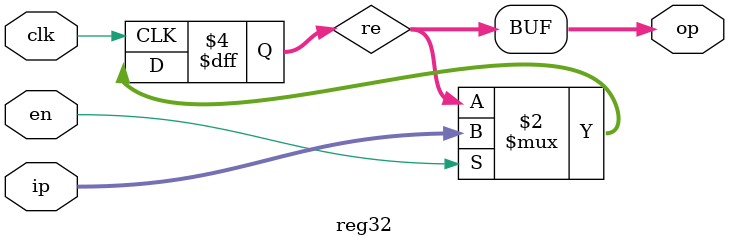
<source format=sv>
`timescale 1ns / 1ps


module reg32(  input  logic            clk,
               input  logic            en,
               input  logic [31:0]     ip,
               output logic [31:0]     op);
               
   logic [31:0] re;
   
   always_ff @(posedge clk)
    if(en) re<=ip;
    
    assign op=re;
endmodule


</source>
